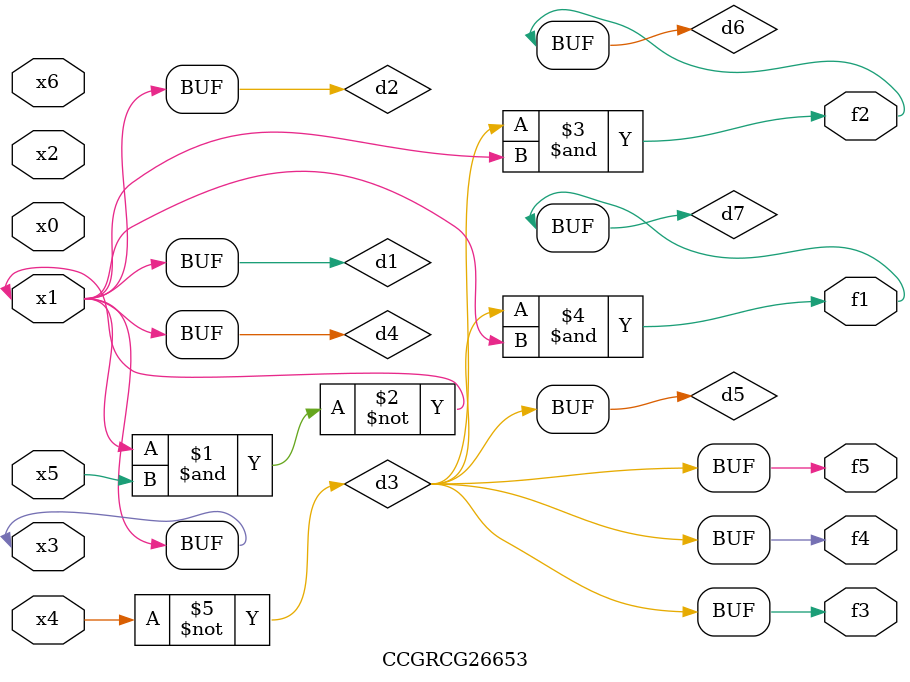
<source format=v>
module CCGRCG26653(
	input x0, x1, x2, x3, x4, x5, x6,
	output f1, f2, f3, f4, f5
);

	wire d1, d2, d3, d4, d5, d6, d7;

	buf (d1, x1, x3);
	nand (d2, x1, x5);
	not (d3, x4);
	buf (d4, d1, d2);
	buf (d5, d3);
	and (d6, d3, d4);
	and (d7, d3, d4);
	assign f1 = d7;
	assign f2 = d6;
	assign f3 = d5;
	assign f4 = d5;
	assign f5 = d5;
endmodule

</source>
